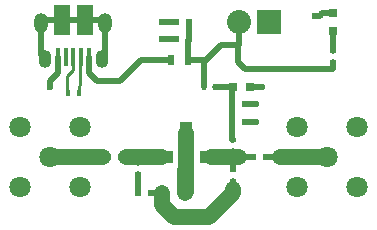
<source format=gtl>
G04 #@! TF.FileFunction,Copper,L1,Top,Signal*
%FSLAX46Y46*%
G04 Gerber Fmt 4.6, Leading zero omitted, Abs format (unit mm)*
G04 Created by KiCad (PCBNEW 4.0.2-stable) date Thu May 19 00:56:02 2016*
%MOMM*%
G01*
G04 APERTURE LIST*
%ADD10C,0.100000*%
%ADD11R,0.600000X0.500000*%
%ADD12R,0.800000X0.750000*%
%ADD13R,0.797560X0.797560*%
%ADD14R,0.600000X0.400000*%
%ADD15R,0.500000X0.900000*%
%ADD16R,2.032000X2.032000*%
%ADD17O,2.032000X2.032000*%
%ADD18R,0.400000X1.650000*%
%ADD19O,1.100000X1.500000*%
%ADD20O,1.200000X1.700000*%
%ADD21R,1.425000X2.500000*%
%ADD22R,0.400000X0.600000*%
%ADD23C,1.800000*%
%ADD24R,1.830000X1.020000*%
%ADD25R,1.020000X1.830000*%
%ADD26C,0.600000*%
%ADD27C,0.500000*%
%ADD28C,1.350000*%
%ADD29C,0.250000*%
G04 APERTURE END LIST*
D10*
D11*
X108550000Y-85000000D03*
X107450000Y-85000000D03*
X114300000Y-73500000D03*
X113200000Y-73500000D03*
X114300000Y-75000000D03*
X113200000Y-75000000D03*
X111050000Y-88000000D03*
X109950000Y-88000000D03*
X117950000Y-82000000D03*
X119050000Y-82000000D03*
X120800000Y-85000000D03*
X119700000Y-85000000D03*
X117950000Y-80500000D03*
X119050000Y-80500000D03*
D12*
X118000000Y-79000000D03*
X119500000Y-79000000D03*
D13*
X126500000Y-74249300D03*
X126500000Y-72750700D03*
D14*
X118000000Y-86050000D03*
X118000000Y-86950000D03*
X118000000Y-83550000D03*
X118000000Y-84450000D03*
D15*
X112750000Y-76750000D03*
X114250000Y-76750000D03*
D16*
X121040000Y-73500000D03*
D17*
X118500000Y-73500000D03*
D18*
X105800000Y-76500000D03*
X105150000Y-76500000D03*
X104500900Y-76500000D03*
X103850000Y-76500000D03*
X103200000Y-76500000D03*
D19*
X106925000Y-76625000D03*
X102075000Y-76625000D03*
D20*
X107225000Y-73625000D03*
X101775000Y-73625000D03*
D21*
X105462500Y-73375000D03*
X103537500Y-73375000D03*
D14*
X110000000Y-86400000D03*
X110000000Y-85500000D03*
X126500000Y-76900000D03*
X126500000Y-76000000D03*
D22*
X116500000Y-79000000D03*
X115600000Y-79000000D03*
X104050000Y-79500000D03*
X104950000Y-79500000D03*
D23*
X102500000Y-85000000D03*
X99960000Y-87540000D03*
X99960000Y-82460000D03*
X105040000Y-82460000D03*
X105040000Y-87540000D03*
D24*
X112000000Y-85000000D03*
X116140000Y-85000000D03*
D25*
X114070000Y-82930000D03*
X114070000Y-87070000D03*
D23*
X126000000Y-85000000D03*
X128540000Y-82460000D03*
X128540000Y-87540000D03*
X123460000Y-87540000D03*
X123460000Y-82460000D03*
D26*
X114070000Y-86000000D03*
X114070000Y-84000000D03*
X112000000Y-75000000D03*
X112000000Y-73500000D03*
X102500000Y-79000000D03*
X125000000Y-73000000D03*
X120000000Y-82000000D03*
X120000000Y-80500000D03*
X120500000Y-79000000D03*
X114070000Y-85000000D03*
X114070000Y-82930000D03*
X114000000Y-88000000D03*
D27*
X108550000Y-85000000D02*
X110000000Y-85000000D01*
D28*
X112000000Y-85000000D02*
X110000000Y-85000000D01*
X110000000Y-85000000D02*
X109000000Y-85000000D01*
D27*
X110000000Y-85500000D02*
X110000000Y-85000000D01*
X107450000Y-85000000D02*
X107000000Y-85000000D01*
D28*
X102500000Y-85000000D02*
X107000000Y-85000000D01*
D27*
X118500000Y-74000000D02*
X118500000Y-75000000D01*
X118500000Y-75000000D02*
X118500000Y-75460000D01*
X118500000Y-73500000D02*
X118500000Y-75000000D01*
X114300000Y-73500000D02*
X114300000Y-75000000D01*
X114250000Y-76750000D02*
X114250000Y-75050000D01*
X114250000Y-75050000D02*
X114300000Y-75000000D01*
X115600000Y-76900000D02*
X115450000Y-76750000D01*
X115450000Y-76750000D02*
X114250000Y-76750000D01*
X118500000Y-75460000D02*
X118460000Y-75500000D01*
X126500000Y-76900000D02*
X126500000Y-77500000D01*
X126500000Y-77500000D02*
X119023160Y-77500000D01*
X119023160Y-77500000D02*
X118460000Y-76936840D01*
X118460000Y-76936840D02*
X118460000Y-75500000D01*
X126500000Y-76900000D02*
X126500000Y-77000000D01*
X117000000Y-75500000D02*
X115600000Y-76900000D01*
X115600000Y-76900000D02*
X115600000Y-78200000D01*
X115600000Y-78200000D02*
X115600000Y-79000000D01*
X118460000Y-75500000D02*
X117000000Y-75500000D01*
D28*
X114070000Y-85000000D02*
X114070000Y-86000000D01*
X114070000Y-86000000D02*
X114070000Y-87070000D01*
X114000000Y-88000000D02*
X114000000Y-86070000D01*
X114000000Y-86070000D02*
X114070000Y-86000000D01*
X114070000Y-84000000D02*
X114070000Y-85000000D01*
X114070000Y-82930000D02*
X114070000Y-84000000D01*
D27*
X113200000Y-75000000D02*
X112000000Y-75000000D01*
X113200000Y-73500000D02*
X112000000Y-73500000D01*
X102525000Y-78500000D02*
X102525000Y-78975000D01*
X102525000Y-78975000D02*
X102500000Y-79000000D01*
X102525000Y-78500000D02*
X102500000Y-78500000D01*
X103200000Y-76500000D02*
X103200000Y-77825000D01*
X103200000Y-77825000D02*
X102525000Y-78500000D01*
X125351920Y-73000000D02*
X125000000Y-73000000D01*
X126500000Y-72750700D02*
X125601220Y-72750700D01*
X125601220Y-72750700D02*
X125351920Y-73000000D01*
X119050000Y-82000000D02*
X120000000Y-82000000D01*
X119050000Y-80500000D02*
X120000000Y-80500000D01*
X119500000Y-79000000D02*
X120500000Y-79000000D01*
D28*
X114070000Y-87070000D02*
X114070000Y-87930000D01*
X114070000Y-87930000D02*
X114000000Y-88000000D01*
X118000000Y-87650000D02*
X118000000Y-88000000D01*
X118000000Y-88000000D02*
X116000000Y-90000000D01*
X116000000Y-90000000D02*
X113000000Y-90000000D01*
X113000000Y-90000000D02*
X112000000Y-89000000D01*
X112000000Y-89000000D02*
X112000000Y-88000000D01*
D27*
X118000000Y-86950000D02*
X118000000Y-87650000D01*
X112000000Y-88000000D02*
X111100000Y-88000000D01*
X111100000Y-88000000D02*
X111050000Y-88000000D01*
X110000000Y-86400000D02*
X110000000Y-87950000D01*
X110000000Y-87950000D02*
X109950000Y-88000000D01*
X116500000Y-79000000D02*
X118000000Y-79000000D01*
X117950000Y-80500000D02*
X117950000Y-79050000D01*
X117950000Y-79050000D02*
X118000000Y-79000000D01*
X117950000Y-82000000D02*
X117950000Y-80500000D01*
X117950000Y-82000000D02*
X117950000Y-83500000D01*
X117950000Y-83500000D02*
X118000000Y-83550000D01*
D28*
X126000000Y-85000000D02*
X122000000Y-85000000D01*
D27*
X121000000Y-85000000D02*
X122000000Y-85000000D01*
X126500000Y-74249300D02*
X126500000Y-76000000D01*
X108500000Y-78500000D02*
X110250000Y-76750000D01*
X110250000Y-76750000D02*
X112750000Y-76750000D01*
X106475000Y-78500000D02*
X108500000Y-78500000D01*
X105800000Y-76500000D02*
X105800000Y-77825000D01*
X105800000Y-77825000D02*
X106475000Y-78500000D01*
D29*
X105075910Y-76574090D02*
X105075910Y-78824090D01*
X105150000Y-76500000D02*
X105075910Y-76574090D01*
X105075910Y-78824090D02*
X104950000Y-78950000D01*
X104950000Y-78950000D02*
X104950000Y-79500000D01*
X104500900Y-76500000D02*
X104500900Y-77575000D01*
X104500900Y-77575000D02*
X104000000Y-78075900D01*
X104000000Y-78075900D02*
X104000000Y-79450000D01*
X104000000Y-79450000D02*
X104050000Y-79500000D01*
D27*
X103537500Y-73375000D02*
X105462500Y-73375000D01*
X105462500Y-73375000D02*
X106975000Y-73375000D01*
X106975000Y-73375000D02*
X107225000Y-73625000D01*
X107225000Y-73625000D02*
X107225000Y-76325000D01*
X107225000Y-76325000D02*
X106925000Y-76625000D01*
X101775000Y-73625000D02*
X101775000Y-76325000D01*
X101775000Y-76325000D02*
X102075000Y-76625000D01*
X103537500Y-73375000D02*
X102025000Y-73375000D01*
X102025000Y-73375000D02*
X101775000Y-73625000D01*
X118000000Y-84450000D02*
X118000000Y-85000000D01*
X119450000Y-85000000D02*
X118000000Y-85000000D01*
D28*
X118000000Y-85000000D02*
X118500000Y-85000000D01*
D27*
X118000000Y-85000000D02*
X118000000Y-86000000D01*
D28*
X116140000Y-85000000D02*
X118000000Y-85000000D01*
M02*

</source>
